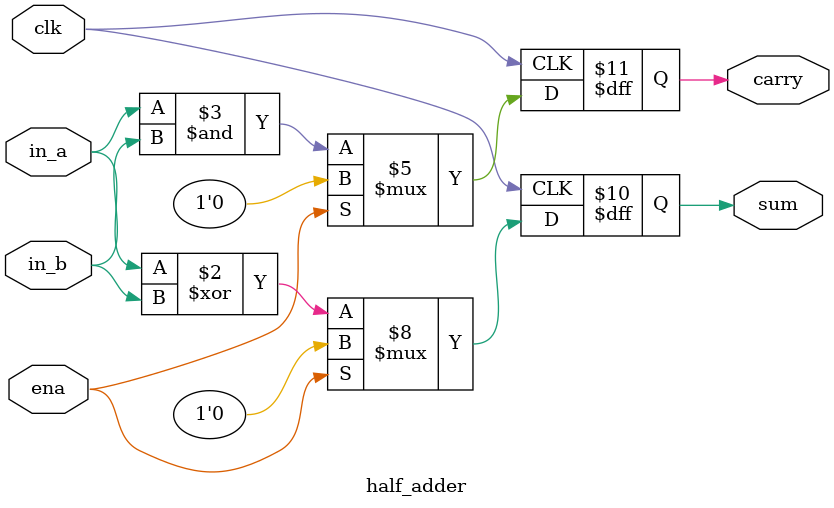
<source format=sv>
module half_adder(clk,in_a,in_b,ena,sum,carry);
 input clk;
 input in_a;
 input in_b;
 input ena;
 output reg sum;
 output reg carry;
  
  
always@(posedge clk) begin
   if(ena)begin
     sum<=0;
     carry<=0;
   end else 
     begin
     sum<= (in_a ^ in_b);
     carry<= (in_a & in_b);
    end   
 end
endmodule




</source>
